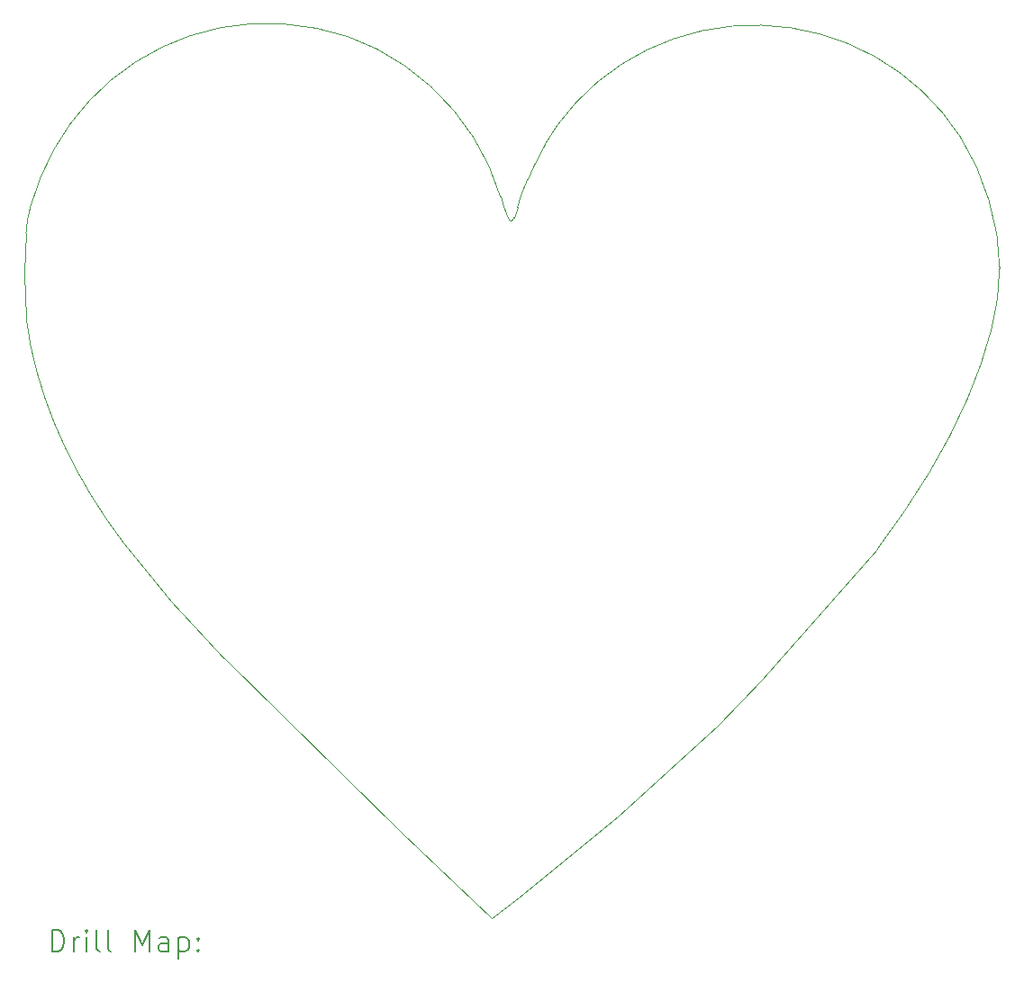
<source format=gbr>
%TF.GenerationSoftware,KiCad,Pcbnew,9.0.6*%
%TF.CreationDate,2026-02-17T17:24:49+05:30*%
%TF.ProjectId,blinky,626c696e-6b79-42e6-9b69-6361645f7063,rev?*%
%TF.SameCoordinates,Original*%
%TF.FileFunction,Drillmap*%
%TF.FilePolarity,Positive*%
%FSLAX45Y45*%
G04 Gerber Fmt 4.5, Leading zero omitted, Abs format (unit mm)*
G04 Created by KiCad (PCBNEW 9.0.6) date 2026-02-17 17:24:49*
%MOMM*%
%LPD*%
G01*
G04 APERTURE LIST*
%ADD10C,0.060000*%
%ADD11C,0.050000*%
%ADD12C,0.200000*%
G04 APERTURE END LIST*
D10*
X15487009Y-8118130D02*
X15541693Y-7994553D01*
X13191184Y-6654712D02*
G75*
G02*
X13503490Y-6695761I-205704J-2773578D01*
G01*
X17682267Y-6666560D02*
G75*
G02*
X18748596Y-6959822I-63177J-2314990D01*
G01*
X19923490Y-8953500D02*
G75*
G02*
X19849538Y-9520581I-2322730J14540D01*
G01*
X12633184Y-12622181D02*
G75*
G02*
X11690411Y-11537748I8015206J7920201D01*
G01*
X14072398Y-6891686D02*
G75*
G02*
X14579793Y-7245554I-1068618J-2072944D01*
G01*
X16336297Y-14113336D02*
X15400184Y-14875187D01*
X12314286Y-6765707D02*
G75*
G02*
X12601991Y-6689417I732924J-2183353D01*
G01*
X11690412Y-11537748D02*
G75*
G02*
X11138841Y-10637216I4111558J3137488D01*
G01*
X15151879Y-15064173D02*
X14305184Y-14260701D01*
X15391661Y-8380086D02*
G75*
G02*
X15487008Y-8118130I1322189J-332924D01*
G01*
X15339636Y-8508166D02*
G75*
G02*
X15325920Y-8512723I-9896J6866D01*
G01*
X11138841Y-10637216D02*
G75*
G02*
X10816305Y-9688673I3788039J1817166D01*
G01*
X15765042Y-7610042D02*
G75*
G02*
X16603580Y-6901445I1833258J-1318988D01*
G01*
X14305184Y-14260701D02*
X12633184Y-12622181D01*
X19262960Y-10875492D02*
G75*
G02*
X18774263Y-11595250I-7285450J4420852D01*
G01*
X15325919Y-8512726D02*
G75*
G02*
X15311381Y-8499589I7721J23156D01*
G01*
X15400184Y-14875187D02*
X15151879Y-15064173D01*
X11034179Y-7835379D02*
G75*
G02*
X11370038Y-7373437I2043241J-1132491D01*
G01*
D11*
X19923760Y-8953500D02*
X19923490Y-8938959D01*
D10*
X10816305Y-9688673D02*
G75*
G02*
X10767773Y-9227751I2197815J464433D01*
G01*
X14978804Y-7722608D02*
G75*
G02*
X15230459Y-8278983I-1854874J-1174082D01*
G01*
X10767773Y-9227751D02*
X10759373Y-8996826D01*
X10771475Y-8622649D02*
G75*
G02*
X10814253Y-8371986I1236295J-82001D01*
G01*
X19624728Y-10175254D02*
G75*
G02*
X19262959Y-10875492I-5280988J2284784D01*
G01*
X15541693Y-7994553D02*
X15652602Y-7784633D01*
X11370038Y-7373437D02*
G75*
G02*
X11804451Y-7010671I1674522J-1563753D01*
G01*
X19552591Y-7713408D02*
G75*
G02*
X19704605Y-7992862I-1759171J-1138002D01*
G01*
X19704604Y-7992862D02*
G75*
G02*
X19822596Y-8308208I-2394874J-1075828D01*
G01*
X17273101Y-13251972D02*
X16336297Y-14113336D01*
X11804450Y-7010670D02*
G75*
G02*
X12314286Y-6765708I1237320J-1922170D01*
G01*
X15652602Y-7784633D02*
G75*
G02*
X15765042Y-7610042I1749298J-1003077D01*
G01*
X15257774Y-8365477D02*
X15285572Y-8439971D01*
X12892476Y-6652430D02*
G75*
G02*
X13191184Y-6654712I132194J-2247450D01*
G01*
X10814252Y-8371985D02*
G75*
G02*
X11034179Y-7835379I2390028J-666175D01*
G01*
X16603580Y-6901446D02*
G75*
G02*
X17682267Y-6666560I1015770J-2070494D01*
G01*
X14579793Y-7245554D02*
G75*
G02*
X14978804Y-7722608I-1593713J-1738386D01*
G01*
X18774263Y-11595250D02*
X17688409Y-12824485D01*
X15285572Y-8439971D02*
X15311382Y-8499589D01*
X19849494Y-9520570D02*
G75*
G02*
X19624728Y-10175254I-4321424J1117700D01*
G01*
X13503490Y-6695762D02*
G75*
G02*
X14072397Y-6891686I-389680J-2055448D01*
G01*
D11*
X17273101Y-13251972D02*
X17688409Y-12824485D01*
D10*
X18748596Y-6959822D02*
G75*
G02*
X19552592Y-7713407I-1114306J-1994528D01*
G01*
X15230458Y-8278983D02*
X15257774Y-8365477D01*
X15357539Y-8477866D02*
G75*
G02*
X15339636Y-8508167I-214619J106366D01*
G01*
X12601991Y-6689416D02*
G75*
G02*
X12892476Y-6652430I417209J-2117464D01*
G01*
X19822596Y-8308208D02*
G75*
G02*
X19898250Y-8632581I-2464096J-745712D01*
G01*
X10759373Y-8996826D02*
X10771475Y-8622649D01*
X19898250Y-8632581D02*
G75*
G02*
X19923490Y-8938959I-1846770J-306369D01*
G01*
D11*
X15357539Y-8477866D02*
X15391661Y-8380086D01*
D12*
X11017150Y-15378657D02*
X11017150Y-15178657D01*
X11017150Y-15178657D02*
X11064769Y-15178657D01*
X11064769Y-15178657D02*
X11093341Y-15188180D01*
X11093341Y-15188180D02*
X11112388Y-15207228D01*
X11112388Y-15207228D02*
X11121912Y-15226276D01*
X11121912Y-15226276D02*
X11131436Y-15264371D01*
X11131436Y-15264371D02*
X11131436Y-15292942D01*
X11131436Y-15292942D02*
X11121912Y-15331037D01*
X11121912Y-15331037D02*
X11112388Y-15350085D01*
X11112388Y-15350085D02*
X11093341Y-15369133D01*
X11093341Y-15369133D02*
X11064769Y-15378657D01*
X11064769Y-15378657D02*
X11017150Y-15378657D01*
X11217150Y-15378657D02*
X11217150Y-15245323D01*
X11217150Y-15283418D02*
X11226674Y-15264371D01*
X11226674Y-15264371D02*
X11236198Y-15254847D01*
X11236198Y-15254847D02*
X11255245Y-15245323D01*
X11255245Y-15245323D02*
X11274293Y-15245323D01*
X11340960Y-15378657D02*
X11340960Y-15245323D01*
X11340960Y-15178657D02*
X11331436Y-15188180D01*
X11331436Y-15188180D02*
X11340960Y-15197704D01*
X11340960Y-15197704D02*
X11350483Y-15188180D01*
X11350483Y-15188180D02*
X11340960Y-15178657D01*
X11340960Y-15178657D02*
X11340960Y-15197704D01*
X11464769Y-15378657D02*
X11445721Y-15369133D01*
X11445721Y-15369133D02*
X11436198Y-15350085D01*
X11436198Y-15350085D02*
X11436198Y-15178657D01*
X11569531Y-15378657D02*
X11550483Y-15369133D01*
X11550483Y-15369133D02*
X11540960Y-15350085D01*
X11540960Y-15350085D02*
X11540960Y-15178657D01*
X11798102Y-15378657D02*
X11798102Y-15178657D01*
X11798102Y-15178657D02*
X11864769Y-15321514D01*
X11864769Y-15321514D02*
X11931436Y-15178657D01*
X11931436Y-15178657D02*
X11931436Y-15378657D01*
X12112388Y-15378657D02*
X12112388Y-15273895D01*
X12112388Y-15273895D02*
X12102864Y-15254847D01*
X12102864Y-15254847D02*
X12083817Y-15245323D01*
X12083817Y-15245323D02*
X12045721Y-15245323D01*
X12045721Y-15245323D02*
X12026674Y-15254847D01*
X12112388Y-15369133D02*
X12093341Y-15378657D01*
X12093341Y-15378657D02*
X12045721Y-15378657D01*
X12045721Y-15378657D02*
X12026674Y-15369133D01*
X12026674Y-15369133D02*
X12017150Y-15350085D01*
X12017150Y-15350085D02*
X12017150Y-15331037D01*
X12017150Y-15331037D02*
X12026674Y-15311990D01*
X12026674Y-15311990D02*
X12045721Y-15302466D01*
X12045721Y-15302466D02*
X12093341Y-15302466D01*
X12093341Y-15302466D02*
X12112388Y-15292942D01*
X12207626Y-15245323D02*
X12207626Y-15445323D01*
X12207626Y-15254847D02*
X12226674Y-15245323D01*
X12226674Y-15245323D02*
X12264769Y-15245323D01*
X12264769Y-15245323D02*
X12283817Y-15254847D01*
X12283817Y-15254847D02*
X12293341Y-15264371D01*
X12293341Y-15264371D02*
X12302864Y-15283418D01*
X12302864Y-15283418D02*
X12302864Y-15340561D01*
X12302864Y-15340561D02*
X12293341Y-15359609D01*
X12293341Y-15359609D02*
X12283817Y-15369133D01*
X12283817Y-15369133D02*
X12264769Y-15378657D01*
X12264769Y-15378657D02*
X12226674Y-15378657D01*
X12226674Y-15378657D02*
X12207626Y-15369133D01*
X12388579Y-15359609D02*
X12398102Y-15369133D01*
X12398102Y-15369133D02*
X12388579Y-15378657D01*
X12388579Y-15378657D02*
X12379055Y-15369133D01*
X12379055Y-15369133D02*
X12388579Y-15359609D01*
X12388579Y-15359609D02*
X12388579Y-15378657D01*
X12388579Y-15254847D02*
X12398102Y-15264371D01*
X12398102Y-15264371D02*
X12388579Y-15273895D01*
X12388579Y-15273895D02*
X12379055Y-15264371D01*
X12379055Y-15264371D02*
X12388579Y-15254847D01*
X12388579Y-15254847D02*
X12388579Y-15273895D01*
M02*

</source>
